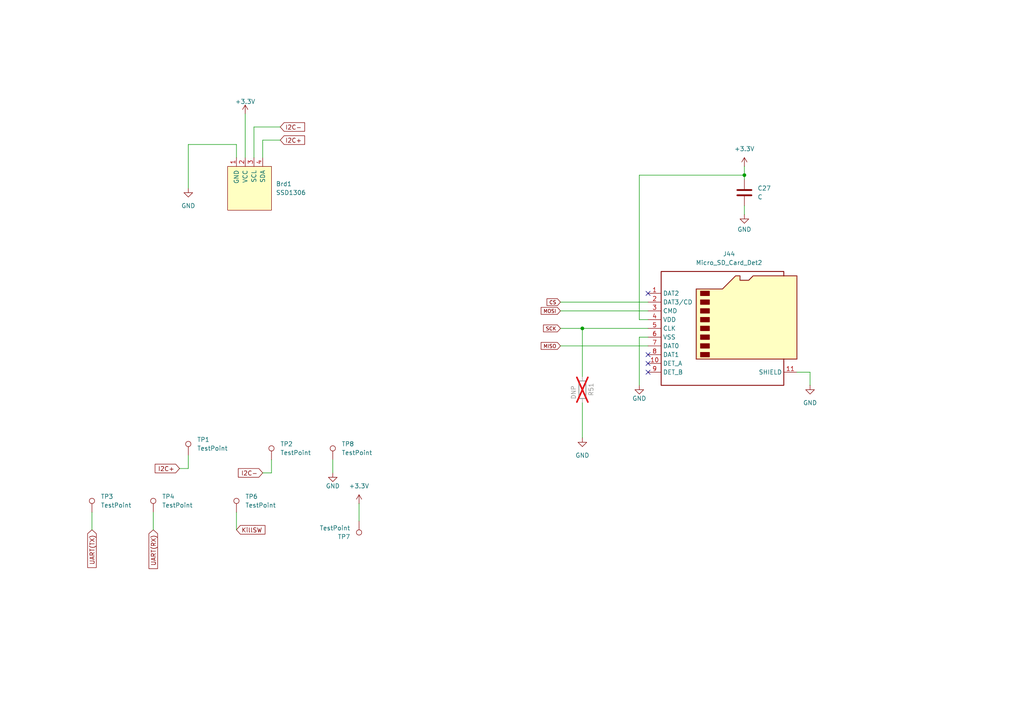
<source format=kicad_sch>
(kicad_sch (version 20231120) (generator "eeschema") (generator_version "8.0")
  (paper "A4")
  (title_block (date "2024-10-29") (rev "1") (company "Cabrillo Robtics") (comment 1 "LaserShark Backplane PCB"))
  (lib_symbols
    (symbol "Connector:Micro_SD_Card_Det2"
      (property "Reference" "J" (at -16.51 17.78 0))
      (property "Value" "Micro_SD_Card_Det2" (at 16.51 17.78 0))
      (symbol "Micro_SD_Card_Det2_0_1"
        (rectangle (start -7.62 -6.985) (end -5.08 -8.255) (stroke (width 0.254)) (fill (type outline)))
        (rectangle (start -7.62 -4.445) (end -5.08 -5.715) (stroke (width 0.254)) (fill (type outline)))
        (rectangle (start -7.62 -1.905) (end -5.08 -3.175) (stroke (width 0.254)) (fill (type outline)))
        (rectangle (start -7.62 0.635) (end -5.08 -0.635) (stroke (width 0.254)) (fill (type outline)))
        (rectangle (start -7.62 3.175) (end -5.08 1.905) (stroke (width 0.254)) (fill (type outline)))
        (rectangle (start -7.62 5.715) (end -5.08 4.445) (stroke (width 0.254)) (fill (type outline)))
        (rectangle (start -7.62 8.255) (end -5.08 6.985) (stroke (width 0.254)) (fill (type outline)))
        (rectangle (start -7.62 10.795) (end -5.08 9.525) (stroke (width 0.254)) (fill (type outline)))
        (polyline (pts (xy 16.51 15.24) (xy 16.51 16.51) (xy -19.05 16.51) (xy -19.05 -16.51) (xy 16.51 -16.51) (xy 16.51 -8.89)) (stroke (width 0.254)))
        (polyline (pts (xy -8.89 -8.89) (xy -8.89 11.43) (xy -1.27 11.43) (xy 2.54 15.24) (xy 3.81 15.24) (xy 3.81 13.97) (xy 6.35 13.97) (xy 7.62 15.24) (xy 20.32 15.24) (xy 20.32 -8.89) (xy -8.89 -8.89)) (stroke (width 0.254)) (fill (type background)))
      )
      (symbol "Micro_SD_Card_Det2_1_1"
        (pin bidirectional line (at -22.86 10.16 0) (length 3.81) (name "DAT2") (number "1"))
        (pin passive line (at -22.86 -10.16 0) (length 3.81) (name "DET_A") (number "10"))
        (pin passive line (at 20.32 -12.7 180) (length 3.81) (name "SHIELD") (number "11"))
        (pin bidirectional line (at -22.86 7.62 0) (length 3.81) (name "DAT3/CD") (number "2"))
        (pin input line (at -22.86 5.08 0) (length 3.81) (name "CMD") (number "3"))
        (pin power_in line (at -22.86 2.54 0) (length 3.81) (name "VDD") (number "4"))
        (pin input line (at -22.86 0 0) (length 3.81) (name "CLK") (number "5"))
        (pin power_in line (at -22.86 -2.54 0) (length 3.81) (name "VSS") (number "6"))
        (pin bidirectional line (at -22.86 -5.08 0) (length 3.81) (name "DAT0") (number "7"))
        (pin bidirectional line (at -22.86 -7.62 0) (length 3.81) (name "DAT1") (number "8"))
        (pin passive line (at -22.86 -12.7 0) (length 3.81) (name "DET_B") (number "9"))
      )
    )
    (symbol "Connector:TestPoint" (pin_numbers hide) (pin_names (offset 0.762) hide)
      (property "Reference" "TP" (at 0 6.858 0))
      (property "Value" "TestPoint" (at 0 5.08 0))
      (symbol "TestPoint_0_1"
        (circle (center 0 3.302) (radius 0.762))
      )
      (symbol "TestPoint_1_1"
        (pin passive line (at 0 0 90) (length 2.54) (name "1") (number "1"))
      )
    )
    (symbol "Device:C" (pin_numbers hide) (pin_names (offset 0.254))
      (property "Reference" "C" (at 0.635 2.54 0))
      (property "Value" "C" (at 0.635 -2.54 0))
      (symbol "C_0_1"
        (polyline (pts (xy -2.032 -0.762) (xy 2.032 -0.762)) (stroke (width 0.508)))
        (polyline (pts (xy -2.032 0.762) (xy 2.032 0.762)) (stroke (width 0.508)))
      )
      (symbol "C_1_1"
        (pin passive line (at 0 3.81 270) (length 2.794) (name "~") (number "1"))
        (pin passive line (at 0 -3.81 90) (length 2.794) (name "~") (number "2"))
      )
    )
    (symbol "Device:R" (pin_numbers hide) (pin_names (offset 0))
      (property "Reference" "R" (at 2.032 0 90))
      (property "Value" "R" (at 0 0 90))
      (symbol "R_0_1"
        (rectangle (start -1.016 -2.54) (end 1.016 2.54) (stroke (width 0.254)))
      )
      (symbol "R_1_1"
        (pin passive line (at 0 3.81 270) (length 1.27) (name "~") (number "1"))
        (pin passive line (at 0 -3.81 90) (length 1.27) (name "~") (number "2"))
      )
    )
    (symbol "SSD1306-128x64_OLED:SSD1306" (pin_names (offset 1.016))
      (property "Reference" "Brd" (at 0 -3.81 0))
      (property "Value" "SSD1306" (at 0 -1.27 0))
      (symbol "SSD1306_0_1"
        (rectangle (start -6.35 6.35) (end 6.35 -6.35) (fill (type background)))
      )
      (symbol "SSD1306_1_1"
        (pin input line (at -3.81 8.89 270) (length 2.54) (name "GND") (number "1"))
        (pin input line (at -1.27 8.89 270) (length 2.54) (name "VCC") (number "2"))
        (pin input line (at 1.27 8.89 270) (length 2.54) (name "SCL") (number "3"))
        (pin input line (at 3.81 8.89 270) (length 2.54) (name "SDA") (number "4"))
      )
    )
    (symbol "power:+3.3V" (power) (pin_numbers hide) (pin_names (offset 0) hide)
      (property "Value" "+3.3V" (at 0 3.556 0))
      (symbol "+3.3V_0_1"
        (polyline (pts (xy -0.762 1.27) (xy 0 2.54)))
        (polyline (pts (xy 0 0) (xy 0 2.54)))
        (polyline (pts (xy 0 2.54) (xy 0.762 1.27)))
      )
      (symbol "+3.3V_1_1"
        (pin power_in line (at 0 0 90) (length 0) (name "~") (number "1"))
      )
    )
    (symbol "power:GND" (power) (pin_numbers hide) (pin_names (offset 0) hide)
      (property "Value" "GND" (at 0 -3.81 0))
      (symbol "GND_0_1"
        (polyline (pts (xy 0 0) (xy 0 -1.27) (xy 1.27 -1.27) (xy 0 -2.54) (xy -1.27 -1.27) (xy 0 -1.27)))
      )
      (symbol "GND_1_1"
        (pin power_in line (at 0 0 270) (length 0) (name "~") (number "1"))
      )
    )
  )
  (junction (at 215.9 50.8))
  (junction (at 168.91 95.25))
  (no_connect (at 187.96 105.41))
  (no_connect (at 187.96 102.87))
  (no_connect (at 187.96 107.95))
  (no_connect (at 187.96 85.09))
  (wire (pts (xy 185.42 50.8) (xy 185.42 92.71)))
  (wire (pts (xy 162.56 95.25) (xy 168.91 95.25)))
  (wire (pts (xy 162.56 87.63) (xy 187.96 87.63)))
  (wire (pts (xy 168.91 109.22) (xy 168.91 95.25)))
  (wire (pts (xy 81.28 40.64) (xy 76.2 40.64)))
  (wire (pts (xy 185.42 92.71) (xy 187.96 92.71)))
  (wire (pts (xy 96.52 133.35) (xy 96.52 137.16)))
  (wire (pts (xy 52.07 135.89) (xy 54.61 135.89)))
  (wire (pts (xy 168.91 95.25) (xy 187.96 95.25)))
  (wire (pts (xy 44.45 148.59) (xy 44.45 153.67)))
  (wire (pts (xy 234.95 107.95) (xy 231.14 107.95)))
  (wire (pts (xy 26.67 148.59) (xy 26.67 153.67)))
  (wire (pts (xy 168.91 116.84) (xy 168.91 127)))
  (wire (pts (xy 54.61 132.08) (xy 54.61 135.89)))
  (wire (pts (xy 185.42 97.79) (xy 185.42 111.76)))
  (wire (pts (xy 76.2 40.64) (xy 76.2 45.72)))
  (wire (pts (xy 81.28 36.83) (xy 73.66 36.83)))
  (wire (pts (xy 104.14 151.13) (xy 104.14 146.05)))
  (wire (pts (xy 73.66 36.83) (xy 73.66 45.72)))
  (wire (pts (xy 234.95 111.76) (xy 234.95 107.95)))
  (wire (pts (xy 78.74 133.35) (xy 78.74 137.16)))
  (wire (pts (xy 162.56 90.17) (xy 187.96 90.17)))
  (wire (pts (xy 68.58 148.59) (xy 68.58 153.67)))
  (wire (pts (xy 162.56 100.33) (xy 187.96 100.33)))
  (wire (pts (xy 68.58 41.91) (xy 68.58 45.72)))
  (wire (pts (xy 54.61 54.61) (xy 54.61 41.91)))
  (wire (pts (xy 187.96 97.79) (xy 185.42 97.79)))
  (wire (pts (xy 71.12 45.72) (xy 71.12 33.02)))
  (wire (pts (xy 215.9 59.69) (xy 215.9 62.23)))
  (wire (pts (xy 76.2 137.16) (xy 78.74 137.16)))
  (wire (pts (xy 54.61 41.91) (xy 68.58 41.91)))
  (wire (pts (xy 215.9 48.26) (xy 215.9 50.8)))
  (wire (pts (xy 215.9 50.8) (xy 215.9 52.07)))
  (wire (pts (xy 215.9 50.8) (xy 185.42 50.8)))
  (global_label "I2C+" (shape input) (at 52.07 135.89 180) (property "Intersheetrefs" "${INTERSHEET_REFS}" (effects (hide yes))))
  (global_label "I2C-" (shape input) (at 81.28 36.83 0) (property "Intersheetrefs" "${INTERSHEET_REFS}" (effects (hide yes))))
  (global_label "I2C-" (shape input) (at 76.2 137.16 180) (property "Intersheetrefs" "${INTERSHEET_REFS}" (effects (hide yes))))
  (global_label "I2C+" (shape input) (at 81.28 40.64 0) (property "Intersheetrefs" "${INTERSHEET_REFS}" (effects (hide yes))))
  (global_label "SCK" (shape input) (at 162.56 95.25 180) (effects (font (size 1.016 1.016))) (property "Intersheetrefs" "${INTERSHEET_REFS}" (effects (hide yes))))
  (global_label "CS" (shape input) (at 162.56 87.63 180) (effects (font (size 1.016 1.016))) (property "Intersheetrefs" "${INTERSHEET_REFS}" (effects (hide yes))))
  (global_label "MOSI" (shape input) (at 162.56 90.17 180) (effects (font (size 1.016 1.016))) (property "Intersheetrefs" "${INTERSHEET_REFS}" (effects (hide yes))))
  (global_label "KillSW" (shape input) (at 68.58 153.67 0) (property "Intersheetrefs" "${INTERSHEET_REFS}" (effects (hide yes))))
  (global_label "UART(RX)" (shape input) (at 44.45 153.67 270) (property "Intersheetrefs" "${INTERSHEET_REFS}" (effects (hide yes))))
  (global_label "UART(TX)" (shape input) (at 26.67 153.67 270) (property "Intersheetrefs" "${INTERSHEET_REFS}" (effects (hide yes))))
  (global_label "MISO" (shape input) (at 162.56 100.33 180) (effects (font (size 1.016 1.016))) (property "Intersheetrefs" "${INTERSHEET_REFS}" (effects (hide yes))))
  (symbol (lib_id "power:GND") (at 168.91 127 0) (unit 1)
    (property "Reference" "#PWR0118" (effects (hide yes)))
    (property "Value" "GND" (at 168.91 132.08 0))
    (property "Description" "Power symbol creates a global label with name \"GND\" , ground" (effects (hide yes)))
  )
  (symbol (lib_id "power:GND") (at 215.9 62.23 0) (unit 1)
    (property "Reference" "#PWR0116" (effects (hide yes)))
    (property "Value" "GND" (at 215.9 66.548 0))
    (property "Description" "Power symbol creates a global label with name \"GND\" , ground" (effects (hide yes)))
  )
  (symbol (lib_id "SSD1306-128x64_OLED:SSD1306") (at 72.39 54.61 0) (unit 1)
    (property "Reference" "Brd1" (at 80.01 53.3399 0) (effects (justify left)))
    (property "Value" "SSD1306" (at 80.01 55.8799 0) (effects (justify left)))
    (property "Footprint" "SSD1306IW:MODULE_DM-OLED096-636" (effects (hide yes)))
    (property "Description" "SSD1306 OLED" (effects (hide yes)))
  )
  (symbol (lib_id "Connector:TestPoint") (at 104.14 151.13 180) (unit 1)
    (property "Reference" "TP7" (at 101.6 155.7021 0) (effects (justify left)))
    (property "Value" "TestPoint" (at 101.6 153.1621 0) (effects (justify left)))
    (property "Footprint" "TestPoint:TestPoint_Pad_2.5x2.5mm" (effects (hide yes)))
    (property "Description" "test point" (effects (hide yes)))
  )
  (symbol (lib_id "power:GND") (at 234.95 111.76 0) (unit 1)
    (property "Reference" "#PWR0103" (effects (hide yes)))
    (property "Value" "GND" (at 234.95 116.84 0))
    (property "Description" "Power symbol creates a global label with name \"GND\" , ground" (effects (hide yes)))
  )
  (symbol (lib_id "power:+3.3V") (at 215.9 48.26 0) (unit 1)
    (property "Reference" "#PWR0115" (effects (hide yes)))
    (property "Value" "+3.3V" (at 215.9 43.18 0))
    (property "Description" "Power symbol creates a global label with name \"+3.3V\"" (effects (hide yes)))
  )
  (symbol (lib_id "Device:R") (at 168.91 113.03 180) (unit 1) (in_bom no) (dnp yes)
    (property "Reference" "R51" (at 171.45 110.998 90) (effects (justify left)))
    (property "Value" "DNP" (at 166.37 111.7601 90) (effects (justify left)))
    (property "Footprint" "Resistor_SMD:R_0805_2012Metric_Pad1.20x1.40mm_HandSolder" (effects (hide yes)))
    (property "Description" "Resistor" (effects (hide yes)))
  )
  (symbol (lib_id "power:+3.3V") (at 104.14 146.05 0) (unit 1)
    (property "Reference" "#PWR0123" (effects (hide yes)))
    (property "Value" "+3.3V" (at 104.14 140.97 0))
    (property "Description" "Power symbol creates a global label with name \"+3.3V\"" (effects (hide yes)))
  )
  (symbol (lib_id "Connector:Micro_SD_Card_Det2") (at 210.82 95.25 0) (unit 1)
    (property "Reference" "J44" (at 211.455 73.66 0))
    (property "Value" "Micro_SD_Card_Det2" (at 211.455 76.2 0))
    (property "Footprint" "Connector_Card:microSD_HC_Hirose_DM3D-SF" (effects (hide yes)))
    (property "Datasheet" "https://www.hirose.com/en/product/document?clcode=&productname=&series=DM3&documenttype=Catalog&lang=en&documentid=D49662_en" (effects (hide yes)))
    (property "Description" "Micro SD Card Socket with two card detection pins" (effects (hide yes)))
  )
  (symbol (lib_id "Connector:TestPoint") (at 68.58 148.59 0) (unit 1)
    (property "Reference" "TP6" (at 71.12 144.0179 0) (effects (justify left)))
    (property "Value" "TestPoint" (at 71.12 146.5579 0) (effects (justify left)))
    (property "Footprint" "TestPoint:TestPoint_Pad_2.5x2.5mm" (effects (hide yes)))
    (property "Description" "test point" (effects (hide yes)))
  )
  (symbol (lib_id "Connector:TestPoint") (at 44.45 148.59 0) (unit 1)
    (property "Reference" "TP4" (at 46.99 144.0179 0) (effects (justify left)))
    (property "Value" "TestPoint" (at 46.99 146.5579 0) (effects (justify left)))
    (property "Footprint" "TestPoint:TestPoint_Pad_2.5x2.5mm" (effects (hide yes)))
    (property "Description" "test point" (effects (hide yes)))
  )
  (symbol (lib_id "power:GND") (at 54.61 54.61 0) (unit 1)
    (property "Reference" "#PWR084" (effects (hide yes)))
    (property "Value" "GND" (at 54.61 59.69 0))
    (property "Description" "Power symbol creates a global label with name \"GND\" , ground" (effects (hide yes)))
  )
  (symbol (lib_id "power:GND") (at 185.42 111.76 0) (unit 1)
    (property "Reference" "#PWR0117" (effects (hide yes)))
    (property "Value" "GND" (at 185.42 115.57 0))
    (property "Description" "Power symbol creates a global label with name \"GND\" , ground" (effects (hide yes)))
  )
  (symbol (lib_id "Connector:TestPoint") (at 26.67 148.59 0) (unit 1)
    (property "Reference" "TP3" (at 29.21 144.0179 0) (effects (justify left)))
    (property "Value" "TestPoint" (at 29.21 146.5579 0) (effects (justify left)))
    (property "Footprint" "TestPoint:TestPoint_Pad_2.5x2.5mm" (effects (hide yes)))
    (property "Description" "test point" (effects (hide yes)))
  )
  (symbol (lib_id "Connector:TestPoint") (at 54.61 132.08 0) (unit 1)
    (property "Reference" "TP1" (at 57.15 127.5079 0) (effects (justify left)))
    (property "Value" "TestPoint" (at 57.15 130.0479 0) (effects (justify left)))
    (property "Footprint" "TestPoint:TestPoint_Loop_D1.80mm_Drill1.0mm_Beaded" (effects (hide yes)))
    (property "Description" "test point" (effects (hide yes)))
  )
  (symbol (lib_id "Connector:TestPoint") (at 96.52 133.35 0) (unit 1)
    (property "Reference" "TP8" (at 99.06 128.7779 0) (effects (justify left)))
    (property "Value" "TestPoint" (at 99.06 131.3179 0) (effects (justify left)))
    (property "Footprint" "TestPoint:TestPoint_Loop_D1.80mm_Drill1.0mm_Beaded" (effects (hide yes)))
    (property "Description" "test point" (effects (hide yes)))
  )
  (symbol (lib_id "Device:C") (at 215.9 55.88 0) (unit 1)
    (property "Reference" "C27" (at 219.71 54.6099 0) (effects (justify left)))
    (property "Value" "C" (at 219.71 57.1499 0) (effects (justify left)))
    (property "Footprint" "Capacitor_SMD:C_1206_3216Metric_Pad1.33x1.80mm_HandSolder" (effects (hide yes)))
    (property "Description" "Unpolarized capacitor" (effects (hide yes)))
  )
  (symbol (lib_id "Connector:TestPoint") (at 78.74 133.35 0) (unit 1)
    (property "Reference" "TP2" (at 81.28 128.7779 0) (effects (justify left)))
    (property "Value" "TestPoint" (at 81.28 131.3179 0) (effects (justify left)))
    (property "Footprint" "TestPoint:TestPoint_Loop_D1.80mm_Drill1.0mm_Beaded" (effects (hide yes)))
    (property "Description" "test point" (effects (hide yes)))
  )
  (symbol (lib_id "power:GND") (at 96.52 137.16 0) (unit 1)
    (property "Reference" "#PWR0124" (effects (hide yes)))
    (property "Value" "GND" (at 96.52 140.97 0))
    (property "Description" "Power symbol creates a global label with name \"GND\" , ground" (effects (hide yes)))
  )
  (symbol (lib_id "power:+3.3V") (at 71.12 33.02 0) (unit 1)
    (property "Reference" "#PWR097" (effects (hide yes)))
    (property "Value" "+3.3V" (at 71.12 29.464 0))
    (property "Description" "Power symbol creates a global label with name \"+3.3V\"" (effects (hide yes)))
  )
)
</source>
